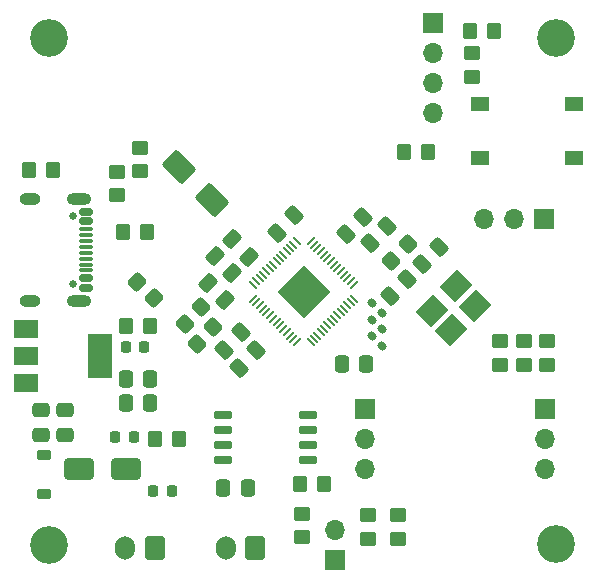
<source format=gbr>
%TF.GenerationSoftware,KiCad,Pcbnew,8.0.1*%
%TF.CreationDate,2024-04-17T00:31:54+12:00*%
%TF.ProjectId,50x50 2 Layer,35307835-3020-4322-904c-617965722e6b,B*%
%TF.SameCoordinates,Original*%
%TF.FileFunction,Soldermask,Top*%
%TF.FilePolarity,Negative*%
%FSLAX46Y46*%
G04 Gerber Fmt 4.6, Leading zero omitted, Abs format (unit mm)*
G04 Created by KiCad (PCBNEW 8.0.1) date 2024-04-17 00:31:54*
%MOMM*%
%LPD*%
G01*
G04 APERTURE LIST*
G04 Aperture macros list*
%AMRoundRect*
0 Rectangle with rounded corners*
0 $1 Rounding radius*
0 $2 $3 $4 $5 $6 $7 $8 $9 X,Y pos of 4 corners*
0 Add a 4 corners polygon primitive as box body*
4,1,4,$2,$3,$4,$5,$6,$7,$8,$9,$2,$3,0*
0 Add four circle primitives for the rounded corners*
1,1,$1+$1,$2,$3*
1,1,$1+$1,$4,$5*
1,1,$1+$1,$6,$7*
1,1,$1+$1,$8,$9*
0 Add four rect primitives between the rounded corners*
20,1,$1+$1,$2,$3,$4,$5,0*
20,1,$1+$1,$4,$5,$6,$7,0*
20,1,$1+$1,$6,$7,$8,$9,0*
20,1,$1+$1,$8,$9,$2,$3,0*%
%AMRotRect*
0 Rectangle, with rotation*
0 The origin of the aperture is its center*
0 $1 length*
0 $2 width*
0 $3 Rotation angle, in degrees counterclockwise*
0 Add horizontal line*
21,1,$1,$2,0,0,$3*%
G04 Aperture macros list end*
%ADD10RoundRect,0.250000X0.097227X-0.574524X0.574524X-0.097227X-0.097227X0.574524X-0.574524X0.097227X0*%
%ADD11RoundRect,0.250000X-0.450000X0.350000X-0.450000X-0.350000X0.450000X-0.350000X0.450000X0.350000X0*%
%ADD12RoundRect,0.250000X-0.097227X0.574524X-0.574524X0.097227X0.097227X-0.574524X0.574524X-0.097227X0*%
%ADD13RoundRect,0.250000X-0.337500X-0.475000X0.337500X-0.475000X0.337500X0.475000X-0.337500X0.475000X0*%
%ADD14RoundRect,0.050000X0.309359X-0.238649X-0.238649X0.309359X-0.309359X0.238649X0.238649X-0.309359X0*%
%ADD15RoundRect,0.050000X0.309359X0.238649X0.238649X0.309359X-0.309359X-0.238649X-0.238649X-0.309359X0*%
%ADD16RotRect,3.200000X3.200000X135.000000*%
%ADD17C,3.200000*%
%ADD18RoundRect,0.250000X1.166726X-0.247487X-0.247487X1.166726X-1.166726X0.247487X0.247487X-1.166726X0*%
%ADD19R,1.700000X1.700000*%
%ADD20O,1.700000X1.700000*%
%ADD21RoundRect,0.250000X0.450000X-0.350000X0.450000X0.350000X-0.450000X0.350000X-0.450000X-0.350000X0*%
%ADD22R,2.000000X1.500000*%
%ADD23R,2.000000X3.800000*%
%ADD24RoundRect,0.160000X0.270468X-0.044194X-0.044194X0.270468X-0.270468X0.044194X0.044194X-0.270468X0*%
%ADD25RoundRect,0.250000X-0.574524X-0.097227X-0.097227X-0.574524X0.574524X0.097227X0.097227X0.574524X0*%
%ADD26C,0.650000*%
%ADD27RoundRect,0.150000X-0.425000X0.150000X-0.425000X-0.150000X0.425000X-0.150000X0.425000X0.150000X0*%
%ADD28RoundRect,0.075000X-0.500000X0.075000X-0.500000X-0.075000X0.500000X-0.075000X0.500000X0.075000X0*%
%ADD29O,2.100000X1.000000*%
%ADD30O,1.800000X1.000000*%
%ADD31RoundRect,0.250000X-0.350000X-0.450000X0.350000X-0.450000X0.350000X0.450000X-0.350000X0.450000X0*%
%ADD32RoundRect,0.218750X-0.218750X-0.256250X0.218750X-0.256250X0.218750X0.256250X-0.218750X0.256250X0*%
%ADD33RoundRect,0.250000X0.565685X0.070711X0.070711X0.565685X-0.565685X-0.070711X-0.070711X-0.565685X0*%
%ADD34RoundRect,0.250000X0.574524X0.097227X0.097227X0.574524X-0.574524X-0.097227X-0.097227X-0.574524X0*%
%ADD35RoundRect,0.250000X0.350000X0.450000X-0.350000X0.450000X-0.350000X-0.450000X0.350000X-0.450000X0*%
%ADD36RoundRect,0.250000X0.070711X-0.565685X0.565685X-0.070711X-0.070711X0.565685X-0.565685X0.070711X0*%
%ADD37RoundRect,0.150000X0.650000X0.150000X-0.650000X0.150000X-0.650000X-0.150000X0.650000X-0.150000X0*%
%ADD38RoundRect,0.250000X0.600000X0.750000X-0.600000X0.750000X-0.600000X-0.750000X0.600000X-0.750000X0*%
%ADD39O,1.700000X2.000000*%
%ADD40RotRect,2.100000X1.800000X45.000000*%
%ADD41RoundRect,0.250000X-0.475000X0.337500X-0.475000X-0.337500X0.475000X-0.337500X0.475000X0.337500X0*%
%ADD42R,1.550000X1.300000*%
%ADD43RoundRect,0.250000X-1.000000X-0.650000X1.000000X-0.650000X1.000000X0.650000X-1.000000X0.650000X0*%
%ADD44RoundRect,0.218750X0.218750X0.256250X-0.218750X0.256250X-0.218750X-0.256250X0.218750X-0.256250X0*%
%ADD45RoundRect,0.250000X0.337500X0.475000X-0.337500X0.475000X-0.337500X-0.475000X0.337500X-0.475000X0*%
%ADD46RoundRect,0.225000X-0.375000X0.225000X-0.375000X-0.225000X0.375000X-0.225000X0.375000X0.225000X0*%
G04 APERTURE END LIST*
D10*
%TO.C,C13*%
X108829377Y-58264623D03*
X110296623Y-56797377D03*
%TD*%
D11*
%TO.C,R17*%
X111252000Y-81296000D03*
X111252000Y-83296000D03*
%TD*%
D12*
%TO.C,C12*%
X97977623Y-65814377D03*
X96510377Y-67281623D03*
%TD*%
D13*
%TO.C,C6*%
X88205500Y-69723000D03*
X90280500Y-69723000D03*
%TD*%
D14*
%TO.C,U1*%
X103831573Y-66645157D03*
X104114416Y-66362314D03*
X104397258Y-66079472D03*
X104680101Y-65796629D03*
X104962944Y-65513786D03*
X105245786Y-65230944D03*
X105528629Y-64948101D03*
X105811472Y-64665258D03*
X106094315Y-64382415D03*
X106377157Y-64099573D03*
X106660000Y-63816730D03*
X106942843Y-63533887D03*
X107225685Y-63251045D03*
X107508528Y-62968202D03*
D15*
X107508528Y-61783798D03*
X107225685Y-61500955D03*
X106942843Y-61218113D03*
X106660000Y-60935270D03*
X106377157Y-60652427D03*
X106094315Y-60369585D03*
X105811472Y-60086742D03*
X105528629Y-59803899D03*
X105245786Y-59521056D03*
X104962944Y-59238214D03*
X104680101Y-58955371D03*
X104397258Y-58672528D03*
X104114416Y-58389686D03*
X103831573Y-58106843D03*
D14*
X102647169Y-58106843D03*
X102364326Y-58389686D03*
X102081484Y-58672528D03*
X101798641Y-58955371D03*
X101515798Y-59238214D03*
X101232956Y-59521056D03*
X100950113Y-59803899D03*
X100667270Y-60086742D03*
X100384427Y-60369585D03*
X100101585Y-60652427D03*
X99818742Y-60935270D03*
X99535899Y-61218113D03*
X99253057Y-61500955D03*
X98970214Y-61783798D03*
D15*
X98970214Y-62968202D03*
X99253057Y-63251045D03*
X99535899Y-63533887D03*
X99818742Y-63816730D03*
X100101585Y-64099573D03*
X100384427Y-64382415D03*
X100667270Y-64665258D03*
X100950113Y-64948101D03*
X101232956Y-65230944D03*
X101515798Y-65513786D03*
X101798641Y-65796629D03*
X102081484Y-66079472D03*
X102364326Y-66362314D03*
X102647169Y-66645157D03*
D16*
X103239371Y-62376000D03*
%TD*%
D17*
%TO.C,H4*%
X81661000Y-40913000D03*
%TD*%
D18*
%TO.C,D1*%
X95483214Y-54627214D03*
X92654786Y-51798786D03*
%TD*%
D17*
%TO.C,H1*%
X124587000Y-40913000D03*
%TD*%
D19*
%TO.C,J2*%
X105918000Y-85090000D03*
D20*
X105918000Y-82550000D03*
%TD*%
D13*
%TO.C,C11*%
X106493500Y-68453000D03*
X108568500Y-68453000D03*
%TD*%
D21*
%TO.C,R8*%
X89370000Y-52181000D03*
X89370000Y-50181000D03*
%TD*%
D22*
%TO.C,U3*%
X79743000Y-65518000D03*
X79743000Y-67818000D03*
X79743000Y-70118000D03*
D23*
X86043000Y-67818000D03*
%TD*%
D24*
%TO.C,D8*%
X109840819Y-64158819D03*
X109031181Y-63349181D03*
%TD*%
%TO.C,D7*%
X109840819Y-65555819D03*
X109031181Y-64746181D03*
%TD*%
D25*
%TO.C,C10*%
X95113377Y-61623377D03*
X96580623Y-63090623D03*
%TD*%
D21*
%TO.C,R19*%
X121882000Y-68564000D03*
X121882000Y-66564000D03*
%TD*%
D12*
%TO.C,C9*%
X99247623Y-67338377D03*
X97780377Y-68805623D03*
%TD*%
D17*
%TO.C,H3*%
X81661000Y-83839000D03*
%TD*%
D26*
%TO.C,J3*%
X83723000Y-55931000D03*
X83723000Y-61711000D03*
D27*
X84798000Y-55621000D03*
X84798000Y-56421000D03*
D28*
X84798000Y-57571000D03*
X84798000Y-58571000D03*
X84798000Y-59071000D03*
X84798000Y-60071000D03*
D27*
X84798000Y-61221000D03*
X84798000Y-62021000D03*
X84798000Y-62021000D03*
X84798000Y-61221000D03*
D28*
X84798000Y-60571000D03*
X84798000Y-59571000D03*
X84798000Y-58071000D03*
X84798000Y-57071000D03*
D27*
X84798000Y-56421000D03*
X84798000Y-55621000D03*
D29*
X84223000Y-54501000D03*
D30*
X80043000Y-54501000D03*
D29*
X84223000Y-63141000D03*
D30*
X80043000Y-63141000D03*
%TD*%
D11*
%TO.C,R15*%
X108712000Y-81296000D03*
X108712000Y-83296000D03*
%TD*%
D21*
%TO.C,R20*%
X119879000Y-68564000D03*
X119879000Y-66564000D03*
%TD*%
D31*
%TO.C,R5*%
X87989000Y-57277000D03*
X89989000Y-57277000D03*
%TD*%
D32*
%TO.C,D5*%
X88175998Y-67056000D03*
X89751000Y-67056000D03*
%TD*%
D25*
%TO.C,C16*%
X95748377Y-59337377D03*
X97215623Y-60804623D03*
%TD*%
D21*
%TO.C,R3*%
X103124000Y-83169000D03*
X103124000Y-81169000D03*
%TD*%
D33*
%TO.C,R7*%
X90585107Y-62937107D03*
X89170893Y-61522893D03*
%TD*%
D31*
%TO.C,R6*%
X90656000Y-74803000D03*
X92656000Y-74803000D03*
%TD*%
D34*
%TO.C,C14*%
X98612623Y-59407623D03*
X97145377Y-57940377D03*
%TD*%
D31*
%TO.C,R11*%
X88243000Y-65278000D03*
X90243000Y-65278000D03*
%TD*%
D32*
%TO.C,F1*%
X90487500Y-79248000D03*
X92062500Y-79248000D03*
%TD*%
D12*
%TO.C,C15*%
X102422623Y-55908377D03*
X100955377Y-57375623D03*
%TD*%
D35*
%TO.C,R2*%
X104955000Y-78638000D03*
X102955000Y-78638000D03*
%TD*%
D21*
%TO.C,R4*%
X87465000Y-54213000D03*
X87465000Y-52213000D03*
%TD*%
D36*
%TO.C,R13*%
X94196000Y-66802000D03*
X95610214Y-65387786D03*
%TD*%
D10*
%TO.C,C5*%
X113236232Y-60056114D03*
X114703478Y-58588868D03*
%TD*%
D12*
%TO.C,C4*%
X112008101Y-61284245D03*
X110540855Y-62751491D03*
%TD*%
D37*
%TO.C,U2*%
X103638000Y-76581000D03*
X103638000Y-75311000D03*
X103638000Y-74041000D03*
X103638000Y-72771000D03*
X96438000Y-72771000D03*
X96438000Y-74041000D03*
X96438000Y-75311000D03*
X96438000Y-76581000D03*
%TD*%
D38*
%TO.C,SW1*%
X90640000Y-84074000D03*
D39*
X88140000Y-84074000D03*
%TD*%
D31*
%TO.C,R1*%
X79988000Y-52070000D03*
X81988000Y-52070000D03*
%TD*%
D21*
%TO.C,R18*%
X123816000Y-68548000D03*
X123816000Y-66548000D03*
%TD*%
D40*
%TO.C,Y1*%
X115700868Y-65592478D03*
X117751478Y-63541868D03*
X116125132Y-61915522D03*
X114074522Y-63966132D03*
%TD*%
D41*
%TO.C,C2*%
X83020000Y-72404000D03*
X83020000Y-74479000D03*
%TD*%
D42*
%TO.C,SW2*%
X126116000Y-51018000D03*
X118156000Y-51018000D03*
X126116000Y-46518000D03*
X118156000Y-46518000D03*
%TD*%
D43*
%TO.C,D2*%
X84195000Y-77343000D03*
X88195000Y-77343000D03*
%TD*%
D21*
%TO.C,R16*%
X117475000Y-44180000D03*
X117475000Y-42180000D03*
%TD*%
D17*
%TO.C,H2*%
X124587000Y-83693000D03*
%TD*%
D10*
%TO.C,C8*%
X106797377Y-57502623D03*
X108264623Y-56035377D03*
%TD*%
D44*
%TO.C,D4*%
X88887500Y-74676000D03*
X87312500Y-74676000D03*
%TD*%
D41*
%TO.C,C3*%
X80988000Y-72404000D03*
X80988000Y-74479000D03*
%TD*%
D19*
%TO.C,J5*%
X114173000Y-39653000D03*
D20*
X114173000Y-42193000D03*
X114173000Y-44733000D03*
X114173000Y-47273000D03*
%TD*%
D45*
%TO.C,C1*%
X98522700Y-78994000D03*
X96447700Y-78994000D03*
%TD*%
D35*
%TO.C,R10*%
X113738000Y-50546000D03*
X111738000Y-50546000D03*
%TD*%
D36*
%TO.C,R9*%
X110633893Y-59762107D03*
X112048107Y-58347893D03*
%TD*%
D38*
%TO.C,J1*%
X99149000Y-84074000D03*
D39*
X96649000Y-84074000D03*
%TD*%
D19*
%TO.C,U4*%
X108471000Y-72263000D03*
D20*
X108471000Y-74803000D03*
X108471000Y-77343000D03*
X123711000Y-77343000D03*
X123711000Y-74803000D03*
D19*
X123711000Y-72263000D03*
%TD*%
D24*
%TO.C,D6*%
X109840819Y-66929000D03*
X109031181Y-66119362D03*
%TD*%
D19*
%TO.C,J4*%
X123596400Y-56209800D03*
D20*
X121056400Y-56209800D03*
X118516400Y-56209800D03*
%TD*%
D36*
%TO.C,R12*%
X93162786Y-65096107D03*
X94577000Y-63681893D03*
%TD*%
D31*
%TO.C,R14*%
X117364000Y-40259000D03*
X119364000Y-40259000D03*
%TD*%
D13*
%TO.C,C7*%
X88205500Y-71755000D03*
X90280500Y-71755000D03*
%TD*%
D46*
%TO.C,D3*%
X81280000Y-76200000D03*
X81280000Y-79500000D03*
%TD*%
M02*

</source>
